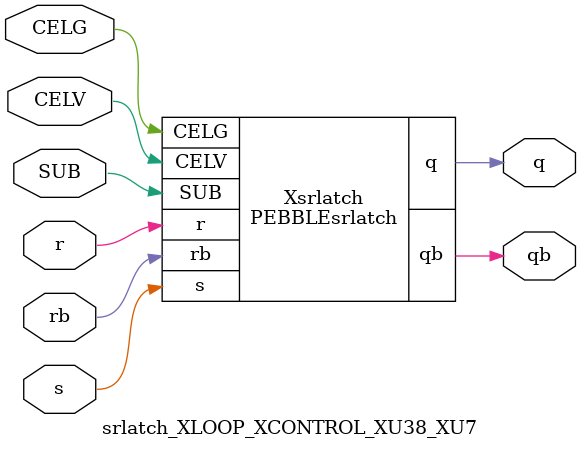
<source format=v>



module PEBBLEsrlatch ( q, qb, CELG, CELV, SUB, r, rb, s );

  input CELV;
  input s;
  output q;
  input rb;
  input r;
  input SUB;
  input CELG;
  output qb;
endmodule

//Celera Confidential Do Not Copy srlatch_XLOOP_XCONTROL_XU38_XU7
//Celera Confidential Symbol Generator
//SR Latch
module srlatch_XLOOP_XCONTROL_XU38_XU7 (CELV,CELG,s,r,rb,q,qb,SUB);
input CELV;
input CELG;
input s;
input r;
input rb;
input SUB;
output q;
output qb;

//Celera Confidential Do Not Copy srlatch
PEBBLEsrlatch Xsrlatch(
.CELV (CELV),
.r (r),
.s (s),
.q (q),
.qb (qb),
.rb (rb),
.SUB (SUB),
.CELG (CELG)
);
//,diesize,PEBBLEsrlatch

//Celera Confidential Do Not Copy Module End
//Celera Schematic Generator
endmodule

</source>
